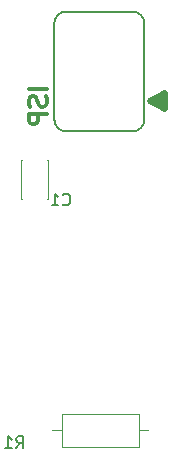
<source format=gbr>
%TF.GenerationSoftware,KiCad,Pcbnew,(6.0.0)*%
%TF.CreationDate,2022-04-15T02:41:16-04:00*%
%TF.ProjectId,JTAG_ISP-HDR,4a544147-5f49-4535-902d-4844522e6b69,v5.4.0*%
%TF.SameCoordinates,Original*%
%TF.FileFunction,Legend,Bot*%
%TF.FilePolarity,Positive*%
%FSLAX46Y46*%
G04 Gerber Fmt 4.6, Leading zero omitted, Abs format (unit mm)*
G04 Created by KiCad (PCBNEW (6.0.0)) date 2022-04-15 02:41:16*
%MOMM*%
%LPD*%
G01*
G04 APERTURE LIST*
%ADD10C,0.150000*%
%ADD11C,0.300000*%
%ADD12C,0.508000*%
%ADD13C,0.120000*%
G04 APERTURE END LIST*
D10*
X114520167Y-49425454D02*
X108891857Y-49425454D01*
X115520165Y-58575194D02*
X115520165Y-50425452D01*
X115520165Y-50425452D02*
G75*
G03*
X114520167Y-49425454I-999999J-1D01*
G01*
X108891857Y-59575192D02*
X114520167Y-59575192D01*
X114520167Y-59575192D02*
G75*
G03*
X115520165Y-58575194I-1J999999D01*
G01*
X108891857Y-49425454D02*
G75*
G03*
X107891859Y-50425452I1J-999999D01*
G01*
X107891859Y-58575194D02*
G75*
G03*
X108891857Y-59575192I999999J1D01*
G01*
X107891859Y-50425452D02*
X107891859Y-58575194D01*
D11*
X107229592Y-55975083D02*
X105729592Y-55975083D01*
X107158163Y-56617940D02*
X107229592Y-56832226D01*
X107229592Y-57189369D01*
X107158163Y-57332226D01*
X107086735Y-57403654D01*
X106943878Y-57475083D01*
X106801021Y-57475083D01*
X106658163Y-57403654D01*
X106586735Y-57332226D01*
X106515306Y-57189369D01*
X106443878Y-56903654D01*
X106372449Y-56760797D01*
X106301021Y-56689369D01*
X106158163Y-56617940D01*
X106015306Y-56617940D01*
X105872449Y-56689369D01*
X105801021Y-56760797D01*
X105729592Y-56903654D01*
X105729592Y-57260797D01*
X105801021Y-57475083D01*
X107229592Y-58117940D02*
X105729592Y-58117940D01*
X105729592Y-58689369D01*
X105801021Y-58832226D01*
X105872449Y-58903654D01*
X106015306Y-58975083D01*
X106229592Y-58975083D01*
X106372449Y-58903654D01*
X106443878Y-58832226D01*
X106515306Y-58689369D01*
X106515306Y-58117940D01*
D10*
%TO.C,C1*%
X108617687Y-65746511D02*
X108665306Y-65794130D01*
X108808163Y-65841749D01*
X108903401Y-65841749D01*
X109046259Y-65794130D01*
X109141497Y-65698892D01*
X109189116Y-65603654D01*
X109236735Y-65413178D01*
X109236735Y-65270321D01*
X109189116Y-65079845D01*
X109141497Y-64984607D01*
X109046259Y-64889369D01*
X108903401Y-64841749D01*
X108808163Y-64841749D01*
X108665306Y-64889369D01*
X108617687Y-64936988D01*
X107665306Y-65841749D02*
X108236735Y-65841749D01*
X107951021Y-65841749D02*
X107951021Y-64841749D01*
X108046259Y-64984607D01*
X108141497Y-65079845D01*
X108236735Y-65127464D01*
%TO.C,R1*%
X104667687Y-86391749D02*
X105001021Y-85915559D01*
X105239116Y-86391749D02*
X105239116Y-85391749D01*
X104858163Y-85391749D01*
X104762925Y-85439369D01*
X104715306Y-85486988D01*
X104667687Y-85582226D01*
X104667687Y-85725083D01*
X104715306Y-85820321D01*
X104762925Y-85867940D01*
X104858163Y-85915559D01*
X105239116Y-85915559D01*
X103715306Y-86391749D02*
X104286735Y-86391749D01*
X104001021Y-86391749D02*
X104001021Y-85391749D01*
X104096259Y-85534607D01*
X104191497Y-85629845D01*
X104286735Y-85677464D01*
D12*
%TO.C,REF\u002A\u002A*%
X116001022Y-57014356D02*
X117301020Y-57664368D01*
X117301020Y-57014382D02*
X116001022Y-57014356D01*
X117301020Y-56364370D02*
X116001022Y-57014356D01*
X117301020Y-57664368D02*
X117301020Y-56364370D01*
D13*
%TO.C,C1*%
X105081021Y-62019369D02*
X105081021Y-65259369D01*
X107321021Y-62019369D02*
X107321021Y-65259369D01*
X105081021Y-62019369D02*
X105146021Y-62019369D01*
X107256021Y-65259369D02*
X107321021Y-65259369D01*
X105081021Y-65259369D02*
X105146021Y-65259369D01*
X107256021Y-62019369D02*
X107321021Y-62019369D01*
%TO.C,R1*%
X115811024Y-84889365D02*
X115041024Y-84889365D01*
X107731024Y-84889365D02*
X108501024Y-84889365D01*
X108501024Y-86259365D02*
X108501024Y-83519365D01*
X115041024Y-83519365D02*
X115041024Y-86259365D01*
X108501024Y-83519365D02*
X115041024Y-83519365D01*
X115041024Y-86259365D02*
X108501024Y-86259365D01*
%TD*%
M02*

</source>
